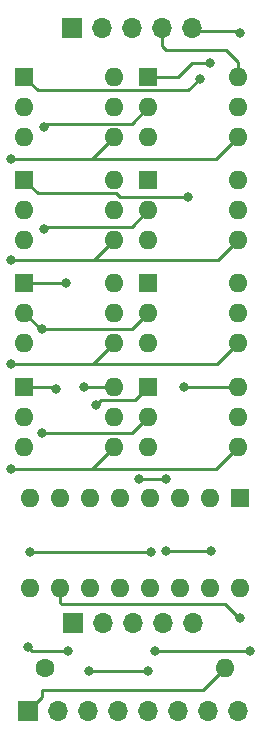
<source format=gbl>
G04 #@! TF.GenerationSoftware,KiCad,Pcbnew,(6.0.5)*
G04 #@! TF.CreationDate,2022-08-24T21:51:27+01:00*
G04 #@! TF.ProjectId,iel-driver,69656c2d-6472-4697-9665-722e6b696361,rev?*
G04 #@! TF.SameCoordinates,Original*
G04 #@! TF.FileFunction,Copper,L2,Bot*
G04 #@! TF.FilePolarity,Positive*
%FSLAX46Y46*%
G04 Gerber Fmt 4.6, Leading zero omitted, Abs format (unit mm)*
G04 Created by KiCad (PCBNEW (6.0.5)) date 2022-08-24 21:51:27*
%MOMM*%
%LPD*%
G01*
G04 APERTURE LIST*
G04 #@! TA.AperFunction,ComponentPad*
%ADD10R,1.600000X1.600000*%
G04 #@! TD*
G04 #@! TA.AperFunction,ComponentPad*
%ADD11O,1.600000X1.600000*%
G04 #@! TD*
G04 #@! TA.AperFunction,ComponentPad*
%ADD12R,1.700000X1.700000*%
G04 #@! TD*
G04 #@! TA.AperFunction,ComponentPad*
%ADD13O,1.700000X1.700000*%
G04 #@! TD*
G04 #@! TA.AperFunction,ComponentPad*
%ADD14C,1.600000*%
G04 #@! TD*
G04 #@! TA.AperFunction,ViaPad*
%ADD15C,0.800000*%
G04 #@! TD*
G04 #@! TA.AperFunction,Conductor*
%ADD16C,0.250000*%
G04 #@! TD*
G04 APERTURE END LIST*
D10*
X141900000Y-87600000D03*
D11*
X141900000Y-90140000D03*
X141900000Y-92680000D03*
X149520000Y-92680000D03*
X149520000Y-90140000D03*
X149520000Y-87600000D03*
D12*
X131725000Y-132575000D03*
D13*
X134265000Y-132575000D03*
X136805000Y-132575000D03*
X139345000Y-132575000D03*
X141885000Y-132575000D03*
X144425000Y-132575000D03*
X146965000Y-132575000D03*
X149505000Y-132575000D03*
D10*
X141900000Y-105075000D03*
D11*
X141900000Y-107615000D03*
X141900000Y-110155000D03*
X149520000Y-110155000D03*
X149520000Y-107615000D03*
X149520000Y-105075000D03*
D10*
X131400000Y-105075000D03*
D11*
X131400000Y-107615000D03*
X131400000Y-110155000D03*
X139020000Y-110155000D03*
X139020000Y-107615000D03*
X139020000Y-105075000D03*
D14*
X133180000Y-128900000D03*
D11*
X148420000Y-128900000D03*
D10*
X141900000Y-78875000D03*
D11*
X141900000Y-81415000D03*
X141900000Y-83955000D03*
X149520000Y-83955000D03*
X149520000Y-81415000D03*
X149520000Y-78875000D03*
D10*
X131400000Y-96275000D03*
D11*
X131400000Y-98815000D03*
X131400000Y-101355000D03*
X139020000Y-101355000D03*
X139020000Y-98815000D03*
X139020000Y-96275000D03*
D12*
X135525000Y-125100000D03*
D13*
X138065000Y-125100000D03*
X140605000Y-125100000D03*
X143145000Y-125100000D03*
X145685000Y-125100000D03*
D10*
X141900000Y-96275000D03*
D11*
X141900000Y-98815000D03*
X141900000Y-101355000D03*
X149520000Y-101355000D03*
X149520000Y-98815000D03*
X149520000Y-96275000D03*
D10*
X131400000Y-87575000D03*
D11*
X131400000Y-90115000D03*
X131400000Y-92655000D03*
X139020000Y-92655000D03*
X139020000Y-90115000D03*
X139020000Y-87575000D03*
D12*
X135425000Y-74700000D03*
D13*
X137965000Y-74700000D03*
X140505000Y-74700000D03*
X143045000Y-74700000D03*
X145585000Y-74700000D03*
D10*
X149700000Y-114500000D03*
D11*
X147160000Y-114500000D03*
X144620000Y-114500000D03*
X142080000Y-114500000D03*
X139540000Y-114500000D03*
X137000000Y-114500000D03*
X134460000Y-114500000D03*
X131920000Y-114500000D03*
X131920000Y-122120000D03*
X134460000Y-122120000D03*
X137000000Y-122120000D03*
X139540000Y-122120000D03*
X142080000Y-122120000D03*
X144620000Y-122120000D03*
X147160000Y-122120000D03*
X149700000Y-122120000D03*
D10*
X131400000Y-78875000D03*
D11*
X131400000Y-81415000D03*
X131400000Y-83955000D03*
X139020000Y-83955000D03*
X139020000Y-81415000D03*
X139020000Y-78875000D03*
D15*
X149700000Y-75100000D03*
X130275489Y-112075489D03*
X130275489Y-94375489D03*
X130275489Y-103175489D03*
X130275489Y-85824511D03*
X135100000Y-127500000D03*
X131700000Y-127100000D03*
X136900000Y-129200000D03*
X141900000Y-129200000D03*
X149700000Y-124700000D03*
X131900000Y-119100000D03*
X150500000Y-127500000D03*
X142100000Y-119100000D03*
X133100000Y-91700000D03*
X132900000Y-109000000D03*
X132900000Y-100200000D03*
X133100000Y-83115000D03*
X142500000Y-127500000D03*
X136500000Y-105100000D03*
X144900000Y-105100000D03*
X147100000Y-77700000D03*
X146300000Y-79000000D03*
X145300000Y-89000000D03*
X137500000Y-106600000D03*
X134900000Y-96300000D03*
X134100000Y-105300000D03*
X147200000Y-119000000D03*
X143400000Y-119000000D03*
X143400000Y-112900000D03*
X141100000Y-112900000D03*
D16*
X141900000Y-129200000D02*
X136900000Y-129200000D01*
X136800000Y-129100000D02*
X136900000Y-129200000D01*
X143045000Y-76245000D02*
X143045000Y-75000000D01*
X148500000Y-76600000D02*
X143400000Y-76600000D01*
X149520000Y-78875000D02*
X149520000Y-77620000D01*
X149520000Y-77620000D02*
X148500000Y-76600000D01*
X143400000Y-76600000D02*
X143045000Y-76245000D01*
X149700000Y-75100000D02*
X149600000Y-75000000D01*
X149600000Y-75000000D02*
X145585000Y-75000000D01*
X132900000Y-131400000D02*
X132900000Y-130800000D01*
X131725000Y-132575000D02*
X132900000Y-131400000D01*
X148400000Y-128900000D02*
X148420000Y-128900000D01*
X146500000Y-130800000D02*
X148400000Y-128900000D01*
X132900000Y-130800000D02*
X146500000Y-130800000D01*
X137150489Y-85824511D02*
X147650489Y-85824511D01*
X137299511Y-94375489D02*
X147824511Y-94375489D01*
X130275489Y-103175489D02*
X137199511Y-103175489D01*
X130275489Y-85824511D02*
X137150489Y-85824511D01*
X147599511Y-112075489D02*
X149520000Y-110155000D01*
X147824511Y-94375489D02*
X149520000Y-92680000D01*
X137099511Y-112075489D02*
X139020000Y-110155000D01*
X137199511Y-103175489D02*
X147699511Y-103175489D01*
X137199511Y-103175489D02*
X139020000Y-101355000D01*
X137299511Y-94375489D02*
X139020000Y-92655000D01*
X147699511Y-103175489D02*
X149520000Y-101355000D01*
X130275489Y-94375489D02*
X137299511Y-94375489D01*
X147650489Y-85824511D02*
X149520000Y-83955000D01*
X130275489Y-112075489D02*
X137099511Y-112075489D01*
X137150489Y-85824511D02*
X139020000Y-83955000D01*
X137099511Y-112075489D02*
X147599511Y-112075489D01*
X132100000Y-127500000D02*
X131695000Y-127095000D01*
X135100000Y-127500000D02*
X132100000Y-127500000D01*
X131695000Y-127095000D02*
X131700000Y-127100000D01*
X149600000Y-124700000D02*
X149700000Y-124700000D01*
X148400000Y-123500000D02*
X149600000Y-124700000D01*
X134600000Y-123500000D02*
X148400000Y-123500000D01*
X134460000Y-122120000D02*
X134460000Y-123360000D01*
X134460000Y-123360000D02*
X134600000Y-123500000D01*
X132900000Y-100200000D02*
X140515000Y-100200000D01*
X140515000Y-109000000D02*
X141900000Y-107615000D01*
X133100000Y-91700000D02*
X133269511Y-91530489D01*
X140509511Y-91530489D02*
X141900000Y-90140000D01*
X140484511Y-82830489D02*
X141900000Y-81415000D01*
X132900000Y-100200000D02*
X132785000Y-100200000D01*
X150500000Y-127500000D02*
X142600000Y-127500000D01*
X132785000Y-100200000D02*
X131400000Y-98815000D01*
X142100000Y-119100000D02*
X131900000Y-119100000D01*
X133100000Y-83115000D02*
X133384511Y-82830489D01*
X133384511Y-82830489D02*
X140484511Y-82830489D01*
X133269511Y-91530489D02*
X140509511Y-91530489D01*
X132900000Y-109000000D02*
X140515000Y-109000000D01*
X142600000Y-127500000D02*
X142500000Y-127500000D01*
X140515000Y-100200000D02*
X141900000Y-98815000D01*
X136525000Y-105075000D02*
X139020000Y-105075000D01*
X136500000Y-105100000D02*
X136525000Y-105075000D01*
X144925000Y-105075000D02*
X149520000Y-105075000D01*
X144900000Y-105100000D02*
X144925000Y-105075000D01*
X147100000Y-77700000D02*
X145600000Y-77700000D01*
X144425000Y-78875000D02*
X141900000Y-78875000D01*
X145600000Y-77700000D02*
X144425000Y-78875000D01*
X146300000Y-79000000D02*
X145300489Y-79999511D01*
X132524511Y-79999511D02*
X131400000Y-78875000D01*
X145300489Y-79999511D02*
X132524511Y-79999511D01*
X139495300Y-89000000D02*
X139195300Y-88700000D01*
X145300000Y-89000000D02*
X139495300Y-89000000D01*
X132525000Y-88700000D02*
X131400000Y-87575000D01*
X139195300Y-88700000D02*
X132525000Y-88700000D01*
X140775489Y-106199511D02*
X137900489Y-106199511D01*
X137900489Y-106199511D02*
X137500000Y-106600000D01*
X141900000Y-105075000D02*
X140775489Y-106199511D01*
X134900000Y-96300000D02*
X134875000Y-96275000D01*
X134875000Y-96275000D02*
X131400000Y-96275000D01*
X133875000Y-105075000D02*
X131400000Y-105075000D01*
X134100000Y-105300000D02*
X133875000Y-105075000D01*
X141100000Y-112900000D02*
X143400000Y-112900000D01*
X143400000Y-119000000D02*
X147200000Y-119000000D01*
M02*

</source>
